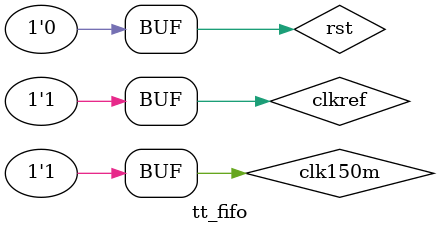
<source format=v>
`timescale 1ns / 1ps


module tt_fifo;
reg		clk150m,clkref,rst;
always begin
	clk150m = 0;
	#3.3333;
	clk150m = 1;
	#6.6666;
end
always begin
	clkref = 0;
	#80;
	clkref = 1;
	#80;
end

initial begin
rst=1;
#100;
rst=0;
end
ddr_top_post_fifo_0 ddr_top_post_fifo_0_EP0
(
.rst(rst),
.wr_clk(clk150m),
.rd_clk(clk150m),
.din(0),
.wr_en(0),
.rd_en(0),
.dout(),
.full(),
.empty(),
.rd_data_count(),
.wr_data_count(),
.wr_rst_busy(),
.rd_rst_busy()
  );

endmodule

</source>
